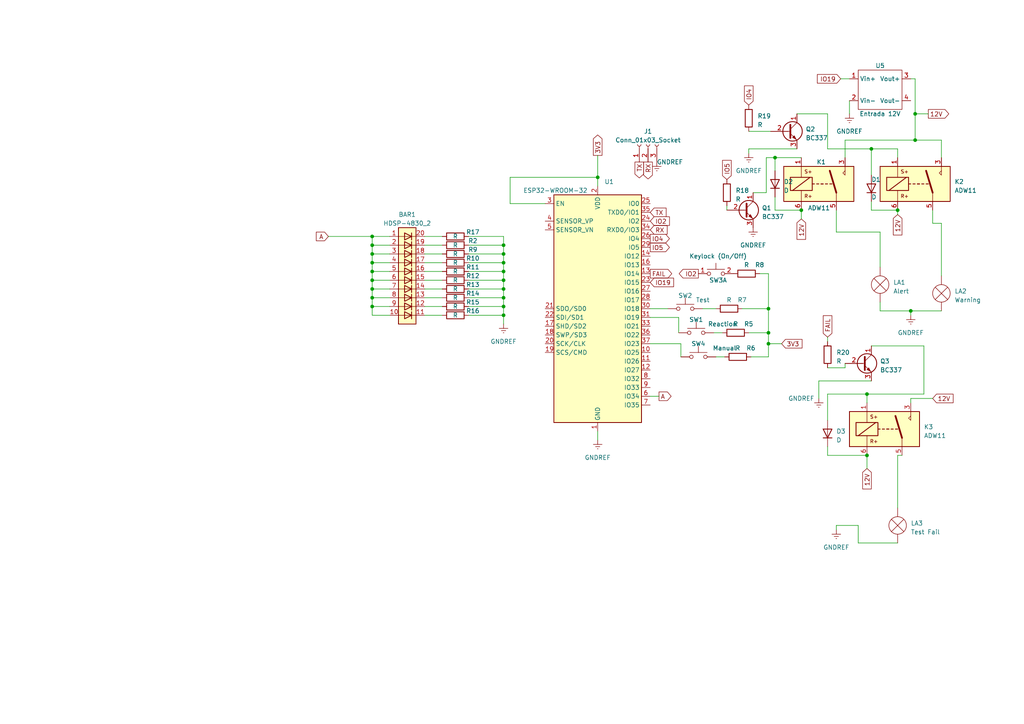
<source format=kicad_sch>
(kicad_sch (version 20230121) (generator eeschema)
  (paper "A4")
  (lib_symbols
    (symbol "Connector:Conn_01x03_Socket" (pin_names (offset 1.016) hide)
      (property "Reference" "J" (at 0 5.08 0))
      (property "Value" "Conn_01x03_Socket" (at 0 -5.08 0))
      (symbol "Conn_01x03_Socket_1_1"
        (arc (start 0 -2.032) (mid -0.5058 -2.54) (end 0 -3.048) (stroke (width 0.1524)))
        (polyline (pts (xy -1.27 -2.54) (xy -0.508 -2.54)) (stroke (width 0.1524)))
        (polyline (pts (xy -1.27 0) (xy -0.508 0)) (stroke (width 0.1524)))
        (polyline (pts (xy -1.27 2.54) (xy -0.508 2.54)) (stroke (width 0.1524)))
        (arc (start 0 0.508) (mid -0.5058 0) (end 0 -0.508) (stroke (width 0.1524)))
        (arc (start 0 3.048) (mid -0.5058 2.54) (end 0 2.032) (stroke (width 0.1524)))
        (pin passive line (at -5.08 2.54 0) (length 3.81) (name "Pin_1") (number "1"))
        (pin passive line (at -5.08 0 0) (length 3.81) (name "Pin_2") (number "2"))
        (pin passive line (at -5.08 -2.54 0) (length 3.81) (name "Pin_3") (number "3"))
      )
    )
    (symbol "Device:D" (pin_numbers hide) (pin_names (offset 1.016) hide)
      (property "Reference" "D" (at 0 2.54 0))
      (property "Value" "D" (at 0 -2.54 0))
      (symbol "D_0_1"
        (polyline (pts (xy -1.27 1.27) (xy -1.27 -1.27)) (stroke (width 0.254)))
        (polyline (pts (xy 1.27 0) (xy -1.27 0)))
        (polyline (pts (xy 1.27 1.27) (xy 1.27 -1.27) (xy -1.27 0) (xy 1.27 1.27)) (stroke (width 0.254)))
      )
      (symbol "D_1_1"
        (pin passive line (at -3.81 0 0) (length 2.54) (name "K") (number "1"))
        (pin passive line (at 3.81 0 180) (length 2.54) (name "A") (number "2"))
      )
    )
    (symbol "Device:Lamp" (pin_numbers hide) (pin_names (offset 0.0254) hide)
      (property "Reference" "LA" (at 0.635 3.81 0))
      (property "Value" "Lamp" (at 0.635 -3.81 0))
      (symbol "Lamp_0_1"
        (polyline (pts (xy -1.778 1.778) (xy 1.778 -1.778)))
        (polyline (pts (xy 1.778 1.778) (xy -1.778 -1.778)))
        (circle (center 0 0) (radius 2.54))
      )
      (symbol "Lamp_1_1"
        (pin passive line (at 0 -5.08 90) (length 2.54) (name "-") (number "1"))
        (pin passive line (at 0 5.08 270) (length 2.54) (name "+") (number "2"))
      )
    )
    (symbol "Device:R" (pin_numbers hide) (pin_names (offset 0))
      (property "Reference" "R" (at 2.032 0 90))
      (property "Value" "R" (at 0 0 90))
      (symbol "R_0_1"
        (rectangle (start -1.016 -2.54) (end 1.016 2.54) (stroke (width 0.254)))
      )
      (symbol "R_1_1"
        (pin passive line (at 0 3.81 270) (length 1.27) (name "~") (number "1"))
        (pin passive line (at 0 -3.81 90) (length 1.27) (name "~") (number "2"))
      )
    )
    (symbol "LED:HDSP-4830_2" (pin_names (offset 1.016) hide)
      (property "Reference" "BAR" (at 0 15.24 0))
      (property "Value" "HDSP-4830_2" (at 0 -17.78 0))
      (symbol "HDSP-4830_2_0_1"
        (rectangle (start -2.54 12.7) (end 2.54 -15.24) (stroke (width 0.254)) (fill (type background)))
        (polyline (pts (xy -2.54 -12.7) (xy 2.54 -12.7)))
        (polyline (pts (xy -2.54 -10.16) (xy 2.54 -10.16)))
        (polyline (pts (xy -2.54 -7.62) (xy 2.54 -7.62)))
        (polyline (pts (xy -2.54 -5.08) (xy 2.54 -5.08)))
        (polyline (pts (xy -2.54 0) (xy 2.54 0)))
        (polyline (pts (xy -2.54 5.08) (xy 2.54 5.08)))
        (polyline (pts (xy -2.54 7.62) (xy 2.54 7.62)))
        (polyline (pts (xy -2.54 10.16) (xy 2.54 10.16)))
        (polyline (pts (xy 1.27 -11.684) (xy 1.27 -13.716)) (stroke (width 0.254)))
        (polyline (pts (xy 1.27 -9.144) (xy 1.27 -11.176)) (stroke (width 0.254)))
        (polyline (pts (xy 1.27 -6.604) (xy 1.27 -8.636)) (stroke (width 0.254)))
        (polyline (pts (xy 1.27 -4.064) (xy 1.27 -6.096)) (stroke (width 0.254)))
        (polyline (pts (xy 1.27 -1.524) (xy 1.27 -3.556)) (stroke (width 0.254)))
        (polyline (pts (xy 1.27 1.016) (xy 1.27 -1.016)) (stroke (width 0.254)))
        (polyline (pts (xy 1.27 3.556) (xy 1.27 1.524)) (stroke (width 0.254)))
        (polyline (pts (xy 1.27 6.096) (xy 1.27 4.064)) (stroke (width 0.254)))
        (polyline (pts (xy 1.27 8.636) (xy 1.27 6.604)) (stroke (width 0.254)))
        (polyline (pts (xy 1.27 11.176) (xy 1.27 9.144)) (stroke (width 0.254)))
        (polyline (pts (xy 2.54 -2.54) (xy -2.54 -2.54)))
        (polyline (pts (xy 2.54 2.54) (xy -2.54 2.54)))
        (polyline (pts (xy -0.762 -11.684) (xy -0.762 -13.716) (xy 1.27 -12.7) (xy -0.762 -11.684)) (stroke (width 0.254)))
        (polyline (pts (xy -0.762 -9.144) (xy -0.762 -11.176) (xy 1.27 -10.16) (xy -0.762 -9.144)) (stroke (width 0.254)))
        (polyline (pts (xy -0.762 -6.604) (xy -0.762 -8.636) (xy 1.27 -7.62) (xy -0.762 -6.604)) (stroke (width 0.254)))
        (polyline (pts (xy -0.762 -4.064) (xy -0.762 -6.096) (xy 1.27 -5.08) (xy -0.762 -4.064)) (stroke (width 0.254)))
        (polyline (pts (xy -0.762 -1.524) (xy -0.762 -3.556) (xy 1.27 -2.54) (xy -0.762 -1.524)) (stroke (width 0.254)))
        (polyline (pts (xy -0.762 1.016) (xy -0.762 -1.016) (xy 1.27 0) (xy -0.762 1.016)) (stroke (width 0.254)))
        (polyline (pts (xy -0.762 3.556) (xy -0.762 1.524) (xy 1.27 2.54) (xy -0.762 3.556)) (stroke (width 0.254)))
        (polyline (pts (xy -0.762 6.096) (xy -0.762 4.064) (xy 1.27 5.08) (xy -0.762 6.096)) (stroke (width 0.254)))
        (polyline (pts (xy -0.762 8.636) (xy -0.762 6.604) (xy 1.27 7.62) (xy -0.762 8.636)) (stroke (width 0.254)))
        (polyline (pts (xy -0.762 11.176) (xy -0.762 9.144) (xy 1.27 10.16) (xy -0.762 11.176)) (stroke (width 0.254)))
      )
      (symbol "HDSP-4830_2_1_1"
        (pin passive line (at -5.08 10.16 0) (length 2.54) (name "A") (number "1"))
        (pin passive line (at -5.08 -12.7 0) (length 2.54) (name "A") (number "10"))
        (pin passive line (at 5.08 -12.7 180) (length 2.54) (name "K") (number "11"))
        (pin passive line (at 5.08 -10.16 180) (length 2.54) (name "K") (number "12"))
        (pin passive line (at 5.08 -7.62 180) (length 2.54) (name "K") (number "13"))
        (pin passive line (at 5.08 -5.08 180) (length 2.54) (name "K") (number "14"))
        (pin passive line (at 5.08 -2.54 180) (length 2.54) (name "K") (number "15"))
        (pin passive line (at 5.08 0 180) (length 2.54) (name "K") (number "16"))
        (pin passive line (at 5.08 2.54 180) (length 2.54) (name "K") (number "17"))
        (pin passive line (at 5.08 5.08 180) (length 2.54) (name "K") (number "18"))
        (pin passive line (at 5.08 7.62 180) (length 2.54) (name "K") (number "19"))
        (pin passive line (at -5.08 7.62 0) (length 2.54) (name "A") (number "2"))
        (pin passive line (at 5.08 10.16 180) (length 2.54) (name "K") (number "20"))
        (pin passive line (at -5.08 5.08 0) (length 2.54) (name "A") (number "3"))
        (pin passive line (at -5.08 2.54 0) (length 2.54) (name "A") (number "4"))
        (pin passive line (at -5.08 0 0) (length 2.54) (name "A") (number "5"))
        (pin passive line (at -5.08 -2.54 0) (length 2.54) (name "A") (number "6"))
        (pin passive line (at -5.08 -5.08 0) (length 2.54) (name "A") (number "7"))
        (pin passive line (at -5.08 -7.62 0) (length 2.54) (name "A") (number "8"))
        (pin passive line (at -5.08 -10.16 0) (length 2.54) (name "A") (number "9"))
      )
    )
    (symbol "MT3608:MT_3608"
      (property "Reference" "U" (at 0 0 0))
      (symbol "MT_3608_1_1"
        (rectangle (start -6.35 12.7) (end 6.35 1.27))
        (pin input line (at -8.89 10.16 0) (length 2.54) (name "Vin+") (number "1"))
        (pin input line (at -8.89 3.81 0) (length 2.54) (name "Vin-") (number "2"))
        (pin output line (at 8.89 10.16 180) (length 2.54) (name "Vout+") (number "3"))
        (pin output line (at 8.89 3.81 180) (length 2.54) (name "Vout-") (number "4"))
      )
    )
    (symbol "RF_Module:ESP32-WROOM-32"
      (property "Reference" "U" (at -12.7 34.29 0))
      (property "Value" "ESP32-WROOM-32" (at 1.27 34.29 0))
      (symbol "ESP32-WROOM-32_0_1"
        (rectangle (start -12.7 33.02) (end 12.7 -33.02) (stroke (width 0.254)) (fill (type background)))
      )
      (symbol "ESP32-WROOM-32_1_1"
        (pin power_in line (at 0 -35.56 90) (length 2.54) (name "GND") (number "1"))
        (pin bidirectional line (at 15.24 -12.7 180) (length 2.54) (name "IO25") (number "10"))
        (pin bidirectional line (at 15.24 -15.24 180) (length 2.54) (name "IO26") (number "11"))
        (pin bidirectional line (at 15.24 -17.78 180) (length 2.54) (name "IO27") (number "12"))
        (pin bidirectional line (at 15.24 10.16 180) (length 2.54) (name "IO14") (number "13"))
        (pin bidirectional line (at 15.24 15.24 180) (length 2.54) (name "IO12") (number "14"))
        (pin passive line (at 0 -35.56 90) (length 2.54) hide (name "GND") (number "15"))
        (pin bidirectional line (at 15.24 12.7 180) (length 2.54) (name "IO13") (number "16"))
        (pin bidirectional line (at -15.24 -5.08 0) (length 2.54) (name "SHD/SD2") (number "17"))
        (pin bidirectional line (at -15.24 -7.62 0) (length 2.54) (name "SWP/SD3") (number "18"))
        (pin bidirectional line (at -15.24 -12.7 0) (length 2.54) (name "SCS/CMD") (number "19"))
        (pin power_in line (at 0 35.56 270) (length 2.54) (name "VDD") (number "2"))
        (pin bidirectional line (at -15.24 -10.16 0) (length 2.54) (name "SCK/CLK") (number "20"))
        (pin bidirectional line (at -15.24 0 0) (length 2.54) (name "SDO/SD0") (number "21"))
        (pin bidirectional line (at -15.24 -2.54 0) (length 2.54) (name "SDI/SD1") (number "22"))
        (pin bidirectional line (at 15.24 7.62 180) (length 2.54) (name "IO15") (number "23"))
        (pin bidirectional line (at 15.24 25.4 180) (length 2.54) (name "IO2") (number "24"))
        (pin bidirectional line (at 15.24 30.48 180) (length 2.54) (name "IO0") (number "25"))
        (pin bidirectional line (at 15.24 20.32 180) (length 2.54) (name "IO4") (number "26"))
        (pin bidirectional line (at 15.24 5.08 180) (length 2.54) (name "IO16") (number "27"))
        (pin bidirectional line (at 15.24 2.54 180) (length 2.54) (name "IO17") (number "28"))
        (pin bidirectional line (at 15.24 17.78 180) (length 2.54) (name "IO5") (number "29"))
        (pin input line (at -15.24 30.48 0) (length 2.54) (name "EN") (number "3"))
        (pin bidirectional line (at 15.24 0 180) (length 2.54) (name "IO18") (number "30"))
        (pin bidirectional line (at 15.24 -2.54 180) (length 2.54) (name "IO19") (number "31"))
        (pin no_connect line (at -12.7 -27.94 0) (length 2.54) hide (name "NC") (number "32"))
        (pin bidirectional line (at 15.24 -5.08 180) (length 2.54) (name "IO21") (number "33"))
        (pin bidirectional line (at 15.24 22.86 180) (length 2.54) (name "RXD0/IO3") (number "34"))
        (pin bidirectional line (at 15.24 27.94 180) (length 2.54) (name "TXD0/IO1") (number "35"))
        (pin bidirectional line (at 15.24 -7.62 180) (length 2.54) (name "IO22") (number "36"))
        (pin bidirectional line (at 15.24 -10.16 180) (length 2.54) (name "IO23") (number "37"))
        (pin passive line (at 0 -35.56 90) (length 2.54) hide (name "GND") (number "38"))
        (pin passive line (at 0 -35.56 90) (length 2.54) hide (name "GND") (number "39"))
        (pin input line (at -15.24 25.4 0) (length 2.54) (name "SENSOR_VP") (number "4"))
        (pin input line (at -15.24 22.86 0) (length 2.54) (name "SENSOR_VN") (number "5"))
        (pin input line (at 15.24 -25.4 180) (length 2.54) (name "IO34") (number "6"))
        (pin input line (at 15.24 -27.94 180) (length 2.54) (name "IO35") (number "7"))
        (pin bidirectional line (at 15.24 -20.32 180) (length 2.54) (name "IO32") (number "8"))
        (pin bidirectional line (at 15.24 -22.86 180) (length 2.54) (name "IO33") (number "9"))
      )
    )
    (symbol "Relay:ADW11"
      (property "Reference" "K" (at 11.43 3.81 0))
      (property "Value" "ADW11" (at 13.97 1.27 0))
      (symbol "ADW11_1_1"
        (rectangle (start -10.16 5.08) (end 10.16 -5.08) (stroke (width 0.254)) (fill (type background)))
        (rectangle (start -8.255 1.905) (end -1.905 -1.905) (stroke (width 0.254)))
        (polyline (pts (xy -7.62 -1.905) (xy -2.54 1.905)) (stroke (width 0.254)))
        (polyline (pts (xy -5.08 -5.08) (xy -5.08 -1.905)))
        (polyline (pts (xy -5.08 5.08) (xy -5.08 1.905)))
        (polyline (pts (xy -1.905 0) (xy -1.27 0)) (stroke (width 0.254)))
        (polyline (pts (xy -0.635 0) (xy 0 0)) (stroke (width 0.254)))
        (polyline (pts (xy 0.635 0) (xy 1.27 0)) (stroke (width 0.254)))
        (polyline (pts (xy 0.635 0) (xy 1.27 0)) (stroke (width 0.254)))
        (polyline (pts (xy 1.905 0) (xy 2.54 0)) (stroke (width 0.254)))
        (polyline (pts (xy 3.175 0) (xy 3.81 0)) (stroke (width 0.254)))
        (polyline (pts (xy 5.08 -2.54) (xy 3.175 3.81)) (stroke (width 0.508)))
        (polyline (pts (xy 5.08 -2.54) (xy 5.08 -5.08)))
        (polyline (pts (xy 7.62 3.81) (xy 7.62 5.08)))
        (polyline (pts (xy 7.62 3.81) (xy 7.62 2.54) (xy 6.985 3.175) (xy 7.62 3.81)))
        (text "R+" (at -3.048 -3.556 0) (effects (font (size 1.016 1.016))))
        (text "S+" (at -3.048 3.556 0) (effects (font (size 1.016 1.016))))
        (pin passive line (at -5.08 7.62 270) (length 2.54) (name "~") (number "1"))
        (pin passive line (at 7.62 7.62 270) (length 2.54) (name "~") (number "3"))
        (pin passive line (at 5.08 -7.62 90) (length 2.54) (name "~") (number "5"))
        (pin passive line (at -5.08 -7.62 90) (length 2.54) (name "~") (number "6"))
      )
    )
    (symbol "Switch:SW_Push" (pin_numbers hide) (pin_names (offset 1.016) hide)
      (property "Reference" "SW" (at 1.27 2.54 0))
      (property "Value" "SW_Push" (at 0 -1.524 0))
      (symbol "SW_Push_0_1"
        (circle (center -2.032 0) (radius 0.508))
        (polyline (pts (xy 0 1.27) (xy 0 3.048)))
        (polyline (pts (xy 2.54 1.27) (xy -2.54 1.27)))
        (circle (center 2.032 0) (radius 0.508))
        (pin passive line (at -5.08 0 0) (length 2.54) (name "1") (number "1"))
        (pin passive line (at 5.08 0 180) (length 2.54) (name "2") (number "2"))
      )
    )
    (symbol "Switch:SW_Push_Dual_x2" (pin_names (offset 1.016) hide)
      (property "Reference" "SW" (at 1.27 2.54 0))
      (property "Value" "SW_Push_Dual_x2" (at 0 -1.524 0))
      (symbol "SW_Push_Dual_x2_0_1"
        (circle (center -2.032 0) (radius 0.508))
        (polyline (pts (xy 0 1.27) (xy 0 3.048)))
        (polyline (pts (xy 2.54 1.27) (xy -2.54 1.27)))
        (circle (center 2.032 0) (radius 0.508))
      )
      (symbol "SW_Push_Dual_x2_1_1"
        (pin passive line (at -5.08 0 0) (length 2.54) (name "C") (number "1"))
        (pin passive line (at 5.08 0 180) (length 2.54) (name "D") (number "2"))
      )
      (symbol "SW_Push_Dual_x2_2_1"
        (pin passive line (at -5.08 0 0) (length 2.54) (name "C") (number "3"))
        (pin passive line (at 5.08 0 180) (length 2.54) (name "D") (number "4"))
      )
    )
    (symbol "Transistor_BJT:BC337" (pin_names (offset 0) hide)
      (property "Reference" "Q" (at 5.08 1.905 0))
      (property "Value" "BC337" (at 5.08 0 0))
      (symbol "BC337_0_1"
        (polyline (pts (xy 0 0) (xy 0.635 0)))
        (polyline (pts (xy 0.635 0.635) (xy 2.54 2.54)))
        (polyline (pts (xy 0.635 -0.635) (xy 2.54 -2.54) (xy 2.54 -2.54)))
        (polyline (pts (xy 0.635 1.905) (xy 0.635 -1.905) (xy 0.635 -1.905)) (stroke (width 0.508)))
        (polyline (pts (xy 1.27 -1.778) (xy 1.778 -1.27) (xy 2.286 -2.286) (xy 1.27 -1.778) (xy 1.27 -1.778)) (fill (type outline)))
        (circle (center 1.27 0) (radius 2.8194) (stroke (width 0.254)))
      )
      (symbol "BC337_1_1"
        (pin passive line (at 2.54 5.08 270) (length 2.54) (name "C") (number "1"))
        (pin input line (at -5.08 0 0) (length 5.08) (name "B") (number "2"))
        (pin passive line (at 2.54 -5.08 90) (length 2.54) (name "E") (number "3"))
      )
    )
    (symbol "power:GNDREF" (power) (pin_names (offset 0))
      (property "Value" "GNDREF" (at 0 -3.81 0))
      (symbol "GNDREF_0_1"
        (polyline (pts (xy -0.635 -1.905) (xy 0.635 -1.905)))
        (polyline (pts (xy -0.127 -2.54) (xy 0.127 -2.54)))
        (polyline (pts (xy 0 -1.27) (xy 0 0)))
        (polyline (pts (xy 1.27 -1.27) (xy -1.27 -1.27)))
      )
      (symbol "GNDREF_1_1"
        (pin power_in line (at 0 0 270) (length 0) hide (name "GNDREF") (number "1"))
      )
    )
  )
  (junction (at 260.35 60.96))
  (junction (at 146.05 81.28))
  (junction (at 107.95 81.28))
  (junction (at 107.95 76.2))
  (junction (at 232.41 60.96))
  (junction (at 107.95 83.82))
  (junction (at 222.885 99.695))
  (junction (at 251.46 132.08))
  (junction (at 146.05 73.66))
  (junction (at 264.16 90.17))
  (junction (at 107.95 68.58))
  (junction (at 146.05 86.36))
  (junction (at 146.05 76.2))
  (junction (at 107.95 86.36))
  (junction (at 265.43 33.02))
  (junction (at 265.43 40.64))
  (junction (at 146.05 71.12))
  (junction (at 146.05 83.82))
  (junction (at 224.79 45.72))
  (junction (at 146.05 91.44))
  (junction (at 252.73 43.18))
  (junction (at 107.95 88.9))
  (junction (at 146.05 88.9))
  (junction (at 107.95 73.66))
  (junction (at 173.355 51.435))
  (junction (at 146.05 78.74))
  (junction (at 107.95 71.12))
  (junction (at 222.885 89.535))
  (junction (at 107.95 78.74))
  (junction (at 222.885 96.52))
  (junction (at 251.46 114.3))
  (wire (pts (xy 135.89 91.44) (xy 146.05 91.44)))
  (wire (pts (xy 273.05 40.64) (xy 265.43 40.64)))
  (wire (pts (xy 147.955 59.055) (xy 147.955 51.435)))
  (wire (pts (xy 207.645 103.505) (xy 210.185 103.505)))
  (wire (pts (xy 197.485 99.695) (xy 188.595 99.695)))
  (wire (pts (xy 113.03 91.44) (xy 107.95 91.44)))
  (wire (pts (xy 240.03 114.3) (xy 240.03 121.92)))
  (wire (pts (xy 251.46 114.3) (xy 240.03 114.3)))
  (wire (pts (xy 107.95 78.74) (xy 107.95 76.2)))
  (wire (pts (xy 252.73 43.18) (xy 260.35 43.18)))
  (wire (pts (xy 231.14 33.02) (xy 240.03 33.02)))
  (wire (pts (xy 264.16 22.86) (xy 265.43 22.86)))
  (wire (pts (xy 123.19 83.82) (xy 128.27 83.82)))
  (wire (pts (xy 113.03 73.66) (xy 107.95 73.66)))
  (wire (pts (xy 173.355 51.435) (xy 173.355 53.975)))
  (wire (pts (xy 220.345 79.375) (xy 222.885 79.375)))
  (wire (pts (xy 270.51 60.96) (xy 270.51 64.77)))
  (wire (pts (xy 113.03 88.9) (xy 107.95 88.9)))
  (wire (pts (xy 113.03 71.12) (xy 107.95 71.12)))
  (wire (pts (xy 255.27 67.31) (xy 255.27 77.47)))
  (wire (pts (xy 222.885 99.695) (xy 226.695 99.695)))
  (wire (pts (xy 224.79 57.15) (xy 224.79 60.96)))
  (wire (pts (xy 217.805 103.505) (xy 222.885 103.505)))
  (wire (pts (xy 197.485 103.505) (xy 197.485 99.695)))
  (wire (pts (xy 173.355 45.085) (xy 173.355 51.435)))
  (wire (pts (xy 242.57 152.4) (xy 242.57 153.67)))
  (wire (pts (xy 123.19 68.58) (xy 128.27 68.58)))
  (wire (pts (xy 146.05 91.44) (xy 146.05 93.98)))
  (wire (pts (xy 135.89 68.58) (xy 146.05 68.58)))
  (wire (pts (xy 222.885 103.505) (xy 222.885 99.695)))
  (wire (pts (xy 264.16 115.57) (xy 264.16 116.84)))
  (wire (pts (xy 237.49 110.49) (xy 237.49 115.57)))
  (wire (pts (xy 224.79 45.72) (xy 224.79 49.53)))
  (wire (pts (xy 255.27 87.63) (xy 255.27 90.17)))
  (wire (pts (xy 222.25 55.88) (xy 222.25 45.72)))
  (wire (pts (xy 255.27 90.17) (xy 264.16 90.17)))
  (wire (pts (xy 246.38 29.21) (xy 246.38 33.02)))
  (wire (pts (xy 107.95 86.36) (xy 107.95 83.82)))
  (wire (pts (xy 260.35 43.18) (xy 260.35 45.72)))
  (wire (pts (xy 188.595 114.935) (xy 191.135 114.935)))
  (wire (pts (xy 135.89 71.12) (xy 146.05 71.12)))
  (wire (pts (xy 188.595 92.075) (xy 196.85 92.075)))
  (wire (pts (xy 123.19 73.66) (xy 128.27 73.66)))
  (wire (pts (xy 243.84 22.86) (xy 246.38 22.86)))
  (wire (pts (xy 217.17 38.1) (xy 223.52 38.1)))
  (wire (pts (xy 242.57 60.96) (xy 242.57 67.31)))
  (wire (pts (xy 107.95 73.66) (xy 107.95 71.12)))
  (wire (pts (xy 107.95 76.2) (xy 107.95 73.66)))
  (wire (pts (xy 222.885 79.375) (xy 222.885 89.535)))
  (wire (pts (xy 135.89 76.2) (xy 146.05 76.2)))
  (wire (pts (xy 222.25 45.72) (xy 224.79 45.72)))
  (wire (pts (xy 135.89 81.28) (xy 146.05 81.28)))
  (wire (pts (xy 146.05 68.58) (xy 146.05 71.12)))
  (wire (pts (xy 252.73 100.33) (xy 267.97 100.33)))
  (wire (pts (xy 265.43 22.86) (xy 265.43 33.02)))
  (wire (pts (xy 248.92 157.48) (xy 248.92 152.4)))
  (wire (pts (xy 251.46 114.3) (xy 251.46 116.84)))
  (wire (pts (xy 265.43 33.02) (xy 269.24 33.02)))
  (wire (pts (xy 265.43 40.64) (xy 245.11 40.64)))
  (wire (pts (xy 245.11 40.64) (xy 245.11 45.72)))
  (wire (pts (xy 222.885 96.52) (xy 222.885 99.695)))
  (wire (pts (xy 107.95 71.12) (xy 107.95 68.58)))
  (wire (pts (xy 113.03 76.2) (xy 107.95 76.2)))
  (wire (pts (xy 107.95 81.28) (xy 107.95 78.74)))
  (wire (pts (xy 273.05 90.17) (xy 264.16 90.17)))
  (wire (pts (xy 251.46 132.08) (xy 251.46 135.89)))
  (wire (pts (xy 240.03 132.08) (xy 251.46 132.08)))
  (wire (pts (xy 107.95 91.44) (xy 107.95 88.9)))
  (wire (pts (xy 188.595 89.535) (xy 193.675 89.535)))
  (wire (pts (xy 123.19 86.36) (xy 128.27 86.36)))
  (wire (pts (xy 95.25 68.58) (xy 107.95 68.58)))
  (wire (pts (xy 260.35 60.96) (xy 260.35 62.23)))
  (wire (pts (xy 107.95 88.9) (xy 107.95 86.36)))
  (wire (pts (xy 147.955 59.055) (xy 158.115 59.055)))
  (wire (pts (xy 267.97 114.3) (xy 251.46 114.3)))
  (wire (pts (xy 113.03 86.36) (xy 107.95 86.36)))
  (wire (pts (xy 146.05 73.66) (xy 146.05 76.2)))
  (wire (pts (xy 196.85 92.075) (xy 196.85 96.52)))
  (wire (pts (xy 113.03 78.74) (xy 107.95 78.74)))
  (wire (pts (xy 270.51 115.57) (xy 264.16 115.57)))
  (wire (pts (xy 232.41 60.96) (xy 232.41 63.5)))
  (wire (pts (xy 123.19 88.9) (xy 128.27 88.9)))
  (wire (pts (xy 113.03 83.82) (xy 107.95 83.82)))
  (wire (pts (xy 222.885 96.52) (xy 217.17 96.52)))
  (wire (pts (xy 215.265 89.535) (xy 222.885 89.535)))
  (wire (pts (xy 135.89 78.74) (xy 146.05 78.74)))
  (wire (pts (xy 135.89 88.9) (xy 146.05 88.9)))
  (wire (pts (xy 260.35 132.08) (xy 260.35 147.32)))
  (wire (pts (xy 240.03 129.54) (xy 240.03 132.08)))
  (wire (pts (xy 260.35 60.96) (xy 252.73 60.96)))
  (wire (pts (xy 264.16 90.17) (xy 264.16 91.44)))
  (wire (pts (xy 146.05 86.36) (xy 146.05 88.9)))
  (wire (pts (xy 273.05 45.72) (xy 273.05 40.64)))
  (wire (pts (xy 240.03 43.18) (xy 252.73 43.18)))
  (wire (pts (xy 210.82 59.69) (xy 210.82 60.96)))
  (wire (pts (xy 245.11 106.68) (xy 245.11 105.41)))
  (wire (pts (xy 123.19 81.28) (xy 128.27 81.28)))
  (wire (pts (xy 146.05 88.9) (xy 146.05 91.44)))
  (wire (pts (xy 146.05 81.28) (xy 146.05 83.82)))
  (wire (pts (xy 135.89 86.36) (xy 146.05 86.36)))
  (wire (pts (xy 123.19 78.74) (xy 128.27 78.74)))
  (wire (pts (xy 135.89 73.66) (xy 146.05 73.66)))
  (wire (pts (xy 146.05 76.2) (xy 146.05 78.74)))
  (wire (pts (xy 173.355 125.095) (xy 173.355 127.635)))
  (wire (pts (xy 217.17 43.18) (xy 217.17 44.45)))
  (wire (pts (xy 267.97 100.33) (xy 267.97 114.3)))
  (wire (pts (xy 260.35 157.48) (xy 248.92 157.48)))
  (wire (pts (xy 123.19 91.44) (xy 128.27 91.44)))
  (wire (pts (xy 237.49 110.49) (xy 252.73 110.49)))
  (wire (pts (xy 261.62 132.08) (xy 260.35 132.08)))
  (wire (pts (xy 240.03 33.02) (xy 240.03 43.18)))
  (wire (pts (xy 146.05 83.82) (xy 146.05 86.36)))
  (wire (pts (xy 135.89 83.82) (xy 146.05 83.82)))
  (wire (pts (xy 107.95 68.58) (xy 113.03 68.58)))
  (wire (pts (xy 147.955 51.435) (xy 173.355 51.435)))
  (wire (pts (xy 107.95 83.82) (xy 107.95 81.28)))
  (wire (pts (xy 242.57 67.31) (xy 255.27 67.31)))
  (wire (pts (xy 218.44 55.88) (xy 222.25 55.88)))
  (wire (pts (xy 203.835 89.535) (xy 207.645 89.535)))
  (wire (pts (xy 248.92 152.4) (xy 242.57 152.4)))
  (wire (pts (xy 252.73 43.18) (xy 252.73 50.8)))
  (wire (pts (xy 113.03 81.28) (xy 107.95 81.28)))
  (wire (pts (xy 123.19 76.2) (xy 128.27 76.2)))
  (wire (pts (xy 273.05 64.77) (xy 273.05 80.01)))
  (wire (pts (xy 265.43 33.02) (xy 265.43 40.64)))
  (wire (pts (xy 252.73 60.96) (xy 252.73 58.42)))
  (wire (pts (xy 224.79 45.72) (xy 232.41 45.72)))
  (wire (pts (xy 146.05 78.74) (xy 146.05 81.28)))
  (wire (pts (xy 270.51 64.77) (xy 273.05 64.77)))
  (wire (pts (xy 240.03 106.68) (xy 245.11 106.68)))
  (wire (pts (xy 222.885 89.535) (xy 222.885 96.52)))
  (wire (pts (xy 123.19 71.12) (xy 128.27 71.12)))
  (wire (pts (xy 207.01 96.52) (xy 209.55 96.52)))
  (wire (pts (xy 146.05 71.12) (xy 146.05 73.66)))
  (wire (pts (xy 240.03 97.79) (xy 240.03 99.06)))
  (wire (pts (xy 224.79 60.96) (xy 232.41 60.96)))
  (wire (pts (xy 217.17 43.18) (xy 231.14 43.18)))
  (global_label "A" (shape input) (at 95.25 68.58 180) (property "Intersheetrefs" "${INTERSHEET_REFS}" (effects hide)))
  (global_label "TX" (shape output) (at 185.42 46.99 270) (property "Intersheetrefs" "${INTERSHEET_REFS}" (effects hide)))
  (global_label "3V3" (shape input) (at 226.695 99.695 0) (property "Intersheetrefs" "${INTERSHEET_REFS}" (effects hide)))
  (global_label "FAIL" (shape input) (at 240.03 97.79 90) (property "Intersheetrefs" "${INTERSHEET_REFS}" (effects hide)))
  (global_label "IO4" (shape output) (at 188.595 69.215 0) (property "Intersheetrefs" "${INTERSHEET_REFS}" (effects hide)))
  (global_label "12V" (shape output) (at 269.24 33.02 0) (property "Intersheetrefs" "${INTERSHEET_REFS}" (effects hide)))
  (global_label "RX" (shape output) (at 187.96 46.99 270) (property "Intersheetrefs" "${INTERSHEET_REFS}" (effects hide)))
  (global_label "IO4" (shape input) (at 217.17 30.48 90) (property "Intersheetrefs" "${INTERSHEET_REFS}" (effects hide)))
  (global_label "TX" (shape input) (at 188.595 61.595 0) (property "Intersheetrefs" "${INTERSHEET_REFS}" (effects hide)))
  (global_label "IO5" (shape output) (at 188.595 71.755 0) (property "Intersheetrefs" "${INTERSHEET_REFS}" (effects hide)))
  (global_label "FAIL" (shape output) (at 188.595 79.375 0) (property "Intersheetrefs" "${INTERSHEET_REFS}" (effects hide)))
  (global_label "3V3" (shape output) (at 173.355 45.085 90) (property "Intersheetrefs" "${INTERSHEET_REFS}" (effects hide)))
  (global_label "12V" (shape input) (at 270.51 115.57 0) (property "Intersheetrefs" "${INTERSHEET_REFS}" (effects hide)))
  (global_label "12V" (shape input) (at 232.41 63.5 270) (property "Intersheetrefs" "${INTERSHEET_REFS}" (effects hide)))
  (global_label "A" (shape output) (at 191.135 114.935 0) (property "Intersheetrefs" "${INTERSHEET_REFS}" (effects hide)))
  (global_label "IO19" (shape input) (at 188.595 81.915 0) (property "Intersheetrefs" "${INTERSHEET_REFS}" (effects hide)))
  (global_label "IO5" (shape input) (at 210.82 52.07 90) (property "Intersheetrefs" "${INTERSHEET_REFS}" (effects hide)))
  (global_label "12V" (shape input) (at 251.46 135.89 270) (property "Intersheetrefs" "${INTERSHEET_REFS}" (effects hide)))
  (global_label "12V" (shape input) (at 260.35 62.23 270) (property "Intersheetrefs" "${INTERSHEET_REFS}" (effects hide)))
  (global_label "RX" (shape input) (at 188.595 66.675 0) (property "Intersheetrefs" "${INTERSHEET_REFS}" (effects hide)))
  (global_label "IO2" (shape input) (at 188.595 64.135 0) (property "Intersheetrefs" "${INTERSHEET_REFS}" (effects hide)))
  (global_label "IO19" (shape input) (at 243.84 22.86 180) (property "Intersheetrefs" "${INTERSHEET_REFS}" (effects hide)))
  (global_label "IO2" (shape output) (at 202.565 79.375 180) (property "Intersheetrefs" "${INTERSHEET_REFS}" (effects hide)))
  (symbol (lib_id "power:GNDREF") (at 242.57 153.67 0) (unit 1)
    (property "Reference" "#PWR02" (effects hide))
    (property "Value" "GNDREF" (at 242.57 158.75 0))
  )
  (symbol (lib_id "Device:R") (at 216.535 79.375 90) (unit 1)
    (property "Reference" "R8" (at 220.345 76.835 90))
    (property "Value" "R" (at 216.535 76.835 90))
    (property "Footprint" "Resistor_THT:R_Axial_DIN0411_L9.9mm_D3.6mm_P12.70mm_Horizontal" (effects hide))
  )
  (symbol (lib_id "Device:R") (at 213.995 103.505 90) (unit 1)
    (property "Reference" "R6" (at 217.805 100.965 90))
    (property "Value" "R" (at 213.995 100.965 90))
    (property "Footprint" "Resistor_THT:R_Axial_DIN0411_L9.9mm_D3.6mm_P12.70mm_Horizontal" (effects hide))
  )
  (symbol (lib_id "Connector:Conn_01x03_Socket") (at 187.96 41.91 90) (unit 1)
    (property "Reference" "J1" (at 187.96 38.1 90))
    (property "Value" "Conn_01x03_Socket" (at 187.96 40.64 90))
    (property "Footprint" "Connector_PinHeader_2.54mm:PinHeader_1x03_P2.54mm_Vertical" (effects hide))
  )
  (symbol (lib_id "power:GNDREF") (at 237.49 115.57 0) (unit 1)
    (property "Reference" "#PWR05" (effects hide))
    (property "Value" "GNDREF" (at 232.41 115.57 0))
  )
  (symbol (lib_id "Device:R") (at 217.17 34.29 0) (unit 1)
    (property "Reference" "R19" (at 219.71 33.655 0) (effects (justify left)))
    (property "Value" "R" (at 219.71 36.195 0) (effects (justify left)))
    (property "Footprint" "Resistor_THT:R_Axial_DIN0411_L9.9mm_D3.6mm_P12.70mm_Horizontal" (effects hide))
  )
  (symbol (lib_id "Device:D") (at 224.79 53.34 90) (unit 1)
    (property "Reference" "D2" (at 227.33 52.705 90) (effects (justify right)))
    (property "Value" "D" (at 227.33 55.245 90) (effects (justify right)))
    (property "Footprint" "Diode_THT:D_DO-15_P15.24mm_Horizontal" (effects hide))
    (property "Sim.Device" "D" (effects hide))
    (property "Sim.Pins" "1=K 2=A" (effects hide))
  )
  (symbol (lib_id "Switch:SW_Push") (at 198.755 89.535 0) (unit 1)
    (property "Reference" "SW2" (at 198.755 85.725 0))
    (property "Value" "Test" (at 203.835 86.995 0))
    (property "Footprint" "Connector_Phoenix_MC_HighVoltage:PhoenixContact_MCV_1,5_2-G-5.08_1x02_P5.08mm_Vertical" (effects hide))
  )
  (symbol (lib_id "power:GNDREF") (at 190.5 46.99 0) (unit 1)
    (property "Reference" "#PWR09" (effects hide))
    (property "Value" "GNDREF" (at 194.31 46.99 0))
  )
  (symbol (lib_id "Switch:SW_Push") (at 202.565 103.505 0) (unit 1)
    (property "Reference" "SW4" (at 202.565 99.695 0))
    (property "Value" "Manual" (at 210.185 100.965 0))
    (property "Footprint" "Connector_Phoenix_MC_HighVoltage:PhoenixContact_MCV_1,5_2-G-5.08_1x02_P5.08mm_Vertical" (effects hide))
  )
  (symbol (lib_id "Device:R") (at 240.03 102.87 0) (unit 1)
    (property "Reference" "R20" (at 242.57 102.235 0) (effects (justify left)))
    (property "Value" "R" (at 242.57 104.775 0) (effects (justify left)))
    (property "Footprint" "Resistor_THT:R_Axial_DIN0411_L9.9mm_D3.6mm_P12.70mm_Horizontal" (effects hide))
  )
  (symbol (lib_id "Switch:SW_Push_Dual_x2") (at 207.645 79.375 0) (unit 1)
    (property "Reference" "SW3" (at 208.28 81.28 0))
    (property "Value" "Keylock (On/Off)" (at 208.28 74.295 0))
    (property "Footprint" "Connector_Phoenix_MC_HighVoltage:PhoenixContact_MCV_1,5_2-G-5.08_1x02_P5.08mm_Vertical" (effects hide))
  )
  (symbol (lib_id "Device:R") (at 132.08 68.58 90) (unit 1)
    (property "Reference" "R17" (at 137.16 67.31 90))
    (property "Value" "R" (at 132.08 68.58 90))
    (property "Footprint" "Resistor_THT:R_Axial_DIN0411_L9.9mm_D3.6mm_P12.70mm_Horizontal" (effects hide))
  )
  (symbol (lib_id "Transistor_BJT:BC337") (at 228.6 38.1 0) (unit 1)
    (property "Reference" "Q2" (at 233.68 37.465 0) (effects (justify left)))
    (property "Value" "BC337" (at 233.68 40.005 0) (effects (justify left)))
    (property "Footprint" "Package_TO_SOT_THT:TO-92_Inline" (effects hide))
    (property "Datasheet" "https://diotec.com/tl_files/diotec/files/pdf/datasheets/bc337.pdf" (effects hide))
  )
  (symbol (lib_id "Device:R") (at 132.08 83.82 90) (unit 1)
    (property "Reference" "R13" (at 137.16 82.55 90))
    (property "Value" "R" (at 132.08 83.82 90))
    (property "Footprint" "Resistor_THT:R_Axial_DIN0411_L9.9mm_D3.6mm_P12.70mm_Horizontal" (effects hide))
  )
  (symbol (lib_id "Device:R") (at 211.455 89.535 90) (unit 1)
    (property "Reference" "R7" (at 215.265 86.995 90))
    (property "Value" "R" (at 211.455 86.995 90))
    (property "Footprint" "Resistor_THT:R_Axial_DIN0411_L9.9mm_D3.6mm_P12.70mm_Horizontal" (effects hide))
  )
  (symbol (lib_id "power:GNDREF") (at 264.16 91.44 0) (unit 1)
    (property "Reference" "#PWR01" (effects hide))
    (property "Value" "GNDREF" (at 264.16 96.52 0))
  )
  (symbol (lib_id "Device:Lamp") (at 273.05 85.09 0) (unit 1)
    (property "Reference" "LA2" (at 276.86 84.455 0) (effects (justify left)))
    (property "Value" "Warning" (at 276.86 86.995 0) (effects (justify left)))
    (property "Footprint" "Connector_Phoenix_MC_HighVoltage:PhoenixContact_MCV_1,5_2-G-5.08_1x02_P5.08mm_Vertical" (effects hide))
  )
  (symbol (lib_id "Device:Lamp") (at 255.27 82.55 0) (unit 1)
    (property "Reference" "LA1" (at 259.08 81.915 0) (effects (justify left)))
    (property "Value" "Alert" (at 259.08 84.455 0) (effects (justify left)))
    (property "Footprint" "Connector_Phoenix_MC_HighVoltage:PhoenixContact_MCV_1,5_2-G-5.08_1x02_P5.08mm_Vertical" (effects hide))
  )
  (symbol (lib_id "RF_Module:ESP32-WROOM-32") (at 173.355 89.535 0) (unit 1)
    (property "Reference" "U1" (at 175.3109 52.705 0) (effects (justify left)))
    (property "Value" "ESP32-WROOM-32" (at 151.765 55.245 0) (effects (justify left)))
    (property "Footprint" "Library:ESP32 NODEMCU" (effects hide))
    (property "Datasheet" "https://www.espressif.com/sites/default/files/documentation/esp32-wroom-32_datasheet_en.pdf" (effects hide))
  )
  (symbol (lib_id "Device:R") (at 213.36 96.52 90) (unit 1)
    (property "Reference" "R5" (at 217.17 93.98 90))
    (property "Value" "R" (at 213.36 93.98 90))
    (property "Footprint" "Resistor_THT:R_Axial_DIN0411_L9.9mm_D3.6mm_P12.70mm_Horizontal" (effects hide))
  )
  (symbol (lib_id "Device:R") (at 132.08 73.66 90) (unit 1)
    (property "Reference" "R9" (at 137.16 72.39 90))
    (property "Value" "R" (at 132.08 73.66 90))
    (property "Footprint" "Resistor_THT:R_Axial_DIN0411_L9.9mm_D3.6mm_P12.70mm_Horizontal" (effects hide))
  )
  (symbol (lib_id "Device:R") (at 132.08 71.12 90) (unit 1)
    (property "Reference" "R2" (at 137.16 69.85 90))
    (property "Value" "R" (at 132.08 71.12 90))
    (property "Footprint" "Resistor_THT:R_Axial_DIN0411_L9.9mm_D3.6mm_P12.70mm_Horizontal" (effects hide))
  )
  (symbol (lib_id "Device:R") (at 132.08 78.74 90) (unit 1)
    (property "Reference" "R11" (at 137.16 77.47 90))
    (property "Value" "R" (at 132.08 78.74 90))
    (property "Footprint" "Resistor_THT:R_Axial_DIN0411_L9.9mm_D3.6mm_P12.70mm_Horizontal" (effects hide))
  )
  (symbol (lib_id "Device:D") (at 252.73 54.61 90) (unit 1)
    (property "Reference" "D1" (at 252.73 52.07 90) (effects (justify right)))
    (property "Value" "D" (at 252.73 57.15 90) (effects (justify right)))
    (property "Footprint" "Diode_THT:D_DO-15_P15.24mm_Horizontal" (effects hide))
    (property "Sim.Device" "D" (effects hide))
    (property "Sim.Pins" "1=K 2=A" (effects hide))
  )
  (symbol (lib_id "Device:R") (at 132.08 81.28 90) (unit 1)
    (property "Reference" "R12" (at 137.16 80.01 90))
    (property "Value" "R" (at 132.08 81.28 90))
    (property "Footprint" "Resistor_THT:R_Axial_DIN0411_L9.9mm_D3.6mm_P12.70mm_Horizontal" (effects hide))
  )
  (symbol (lib_id "MT3608:MT_3608") (at 255.27 33.02 0) (unit 1)
    (property "Reference" "U5" (at 255.27 19.05 0))
    (property "Value" "Entrada 12V" (at 255.27 33.02 0))
    (property "Footprint" "MT3608:MT 3608" (effects hide))
  )
  (symbol (lib_id "Device:R") (at 132.08 88.9 90) (unit 1)
    (property "Reference" "R15" (at 137.16 87.63 90))
    (property "Value" "R" (at 132.08 91.44 90))
    (property "Footprint" "Resistor_THT:R_Axial_DIN0411_L9.9mm_D3.6mm_P12.70mm_Horizontal" (effects hide))
  )
  (symbol (lib_id "Transistor_BJT:BC337") (at 215.9 60.96 0) (unit 1)
    (property "Reference" "Q1" (at 220.98 60.325 0) (effects (justify left)))
    (property "Value" "BC337" (at 220.98 62.865 0) (effects (justify left)))
    (property "Footprint" "Package_TO_SOT_THT:TO-92_Inline" (effects hide))
    (property "Datasheet" "https://diotec.com/tl_files/diotec/files/pdf/datasheets/bc337.pdf" (effects hide))
  )
  (symbol (lib_id "Relay:ADW11") (at 265.43 53.34 0) (unit 1)
    (property "Reference" "K2" (at 276.86 52.705 0) (effects (justify left)))
    (property "Value" "ADW11" (at 276.86 55.245 0) (effects (justify left)))
    (property "Footprint" "Relay_THT:Relay_SPST_SANYOU_SRD_Series_Form_A" (effects hide))
    (property "Datasheet" "https://www.panasonic-electric-works.com/pew/es/downloads/ds_dw_hl_en.pdf" (effects hide))
  )
  (symbol (lib_id "Relay:ADW11") (at 237.49 53.34 0) (unit 1)
    (property "Reference" "K1" (at 236.855 46.99 0) (effects (justify left)))
    (property "Value" "ADW11" (at 234.315 60.325 0) (effects (justify left)))
    (property "Footprint" "Relay_THT:Relay_SPST_SANYOU_SRD_Series_Form_A" (effects hide))
    (property "Datasheet" "https://www.panasonic-electric-works.com/pew/es/downloads/ds_dw_hl_en.pdf" (effects hide))
  )
  (symbol (lib_id "Device:R") (at 132.08 86.36 90) (unit 1)
    (property "Reference" "R14" (at 137.16 85.09 90))
    (property "Value" "R" (at 132.08 86.36 90))
    (property "Footprint" "Resistor_THT:R_Axial_DIN0411_L9.9mm_D3.6mm_P12.70mm_Horizontal" (effects hide))
  )
  (symbol (lib_id "Switch:SW_Push") (at 201.93 96.52 0) (unit 1)
    (property "Reference" "SW1" (at 201.93 92.71 0))
    (property "Value" "Reaction" (at 209.55 93.98 0))
    (property "Footprint" "Connector_Phoenix_MC_HighVoltage:PhoenixContact_MCV_1,5_2-G-5.08_1x02_P5.08mm_Vertical" (effects hide))
  )
  (symbol (lib_id "power:GNDREF") (at 217.17 44.45 0) (unit 1)
    (property "Reference" "#PWR06" (effects hide))
    (property "Value" "GNDREF" (at 217.17 49.53 0))
  )
  (symbol (lib_id "Relay:ADW11") (at 256.54 124.46 0) (unit 1)
    (property "Reference" "K3" (at 267.97 123.825 0) (effects (justify left)))
    (property "Value" "ADW11" (at 267.97 126.365 0) (effects (justify left)))
    (property "Footprint" "Relay_THT:Relay_SPST_SANYOU_SRD_Series_Form_A" (effects hide))
    (property "Datasheet" "https://www.panasonic-electric-works.com/pew/es/downloads/ds_dw_hl_en.pdf" (effects hide))
  )
  (symbol (lib_id "power:GNDREF") (at 218.44 66.04 0) (unit 1)
    (property "Reference" "#PWR07" (effects hide))
    (property "Value" "GNDREF" (at 218.44 71.12 0))
  )
  (symbol (lib_id "power:GNDREF") (at 173.355 127.635 0) (unit 1)
    (property "Reference" "#PWR03" (effects hide))
    (property "Value" "GNDREF" (at 173.355 132.715 0))
  )
  (symbol (lib_id "power:GNDREF") (at 146.05 93.98 0) (unit 1)
    (property "Reference" "#PWR04" (effects hide))
    (property "Value" "GNDREF" (at 146.05 99.06 0))
  )
  (symbol (lib_id "Device:Lamp") (at 260.35 152.4 0) (unit 1)
    (property "Reference" "LA3" (at 264.16 151.765 0) (effects (justify left)))
    (property "Value" "Test Fail" (at 264.16 154.305 0) (effects (justify left)))
    (property "Footprint" "Connector_Phoenix_MC_HighVoltage:PhoenixContact_MCV_1,5_2-G-5.08_1x02_P5.08mm_Vertical" (effects hide))
  )
  (symbol (lib_id "Transistor_BJT:BC337") (at 250.19 105.41 0) (unit 1)
    (property "Reference" "Q3" (at 255.27 104.775 0) (effects (justify left)))
    (property "Value" "BC337" (at 255.27 107.315 0) (effects (justify left)))
    (property "Footprint" "Package_TO_SOT_THT:TO-92_Inline" (effects hide))
    (property "Datasheet" "https://diotec.com/tl_files/diotec/files/pdf/datasheets/bc337.pdf" (effects hide))
  )
  (symbol (lib_id "power:GNDREF") (at 246.38 33.02 0) (unit 1)
    (property "Reference" "#PWR08" (effects hide))
    (property "Value" "GNDREF" (at 246.38 38.1 0))
  )
  (symbol (lib_id "Device:R") (at 210.82 55.88 0) (unit 1)
    (property "Reference" "R18" (at 213.36 55.245 0) (effects (justify left)))
    (property "Value" "R" (at 213.36 57.785 0) (effects (justify left)))
    (property "Footprint" "Resistor_THT:R_Axial_DIN0411_L9.9mm_D3.6mm_P12.70mm_Horizontal" (effects hide))
  )
  (symbol (lib_id "Device:R") (at 132.08 91.44 90) (unit 1)
    (property "Reference" "R16" (at 137.16 90.17 90))
    (property "Value" "R" (at 132.08 88.9 90))
    (property "Footprint" "Resistor_THT:R_Axial_DIN0411_L9.9mm_D3.6mm_P12.70mm_Horizontal" (effects hide))
  )
  (symbol (lib_id "Device:D") (at 240.03 125.73 90) (unit 1)
    (property "Reference" "D3" (at 242.57 125.095 90) (effects (justify right)))
    (property "Value" "D" (at 242.57 127.635 90) (effects (justify right)))
    (property "Footprint" "Diode_THT:D_DO-15_P15.24mm_Horizontal" (effects hide))
    (property "Sim.Device" "D" (effects hide))
    (property "Sim.Pins" "1=K 2=A" (effects hide))
  )
  (symbol (lib_id "LED:HDSP-4830_2") (at 118.11 78.74 0) (unit 1)
    (property "Reference" "BAR1" (at 118.11 62.23 0))
    (property "Value" "HDSP-4830_2" (at 118.11 64.77 0))
    (property "Footprint" "5631bs1:Led Bar Display" (effects hide))
    (property "Datasheet" "https://docs.broadcom.com/docs/AV02-1798EN" (effects hide))
  )
  (symbol (lib_id "Device:R") (at 132.08 76.2 90) (unit 1)
    (property "Reference" "R10" (at 137.16 74.93 90))
    (property "Value" "R" (at 132.08 76.2 90))
    (property "Footprint" "Resistor_THT:R_Axial_DIN0411_L9.9mm_D3.6mm_P12.70mm_Horizontal" (effects hide))
  )
)
</source>
